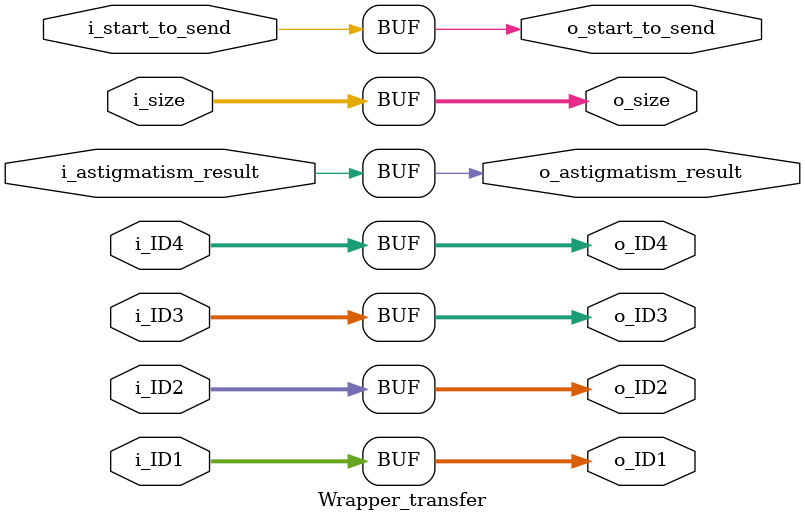
<source format=sv>
module Wrapper_transfer(
	input [3:0] i_ID1,
	input [3:0] i_ID2,
	input [3:0] i_ID3,
	input [3:0] i_ID4,
	input [3:0] i_size,
	input i_astigmatism_result,
	input i_start_to_send,
	output [3:0] o_ID1,
	output [3:0] o_ID2,
	output [3:0] o_ID3,
	output [3:0] o_ID4,
	output [3:0] o_size,
	output o_astigmatism_result,
	output o_start_to_send 
);
	assign o_ID1 = i_ID1;
	assign o_ID2 = i_ID2;
	assign o_ID3 = i_ID3;
	assign o_ID4 = i_ID4;
	assign o_size = i_size;
	assign o_astigmatism_result = i_astigmatism_result;
	assign o_start_to_send = i_start_to_send;

endmodule

</source>
